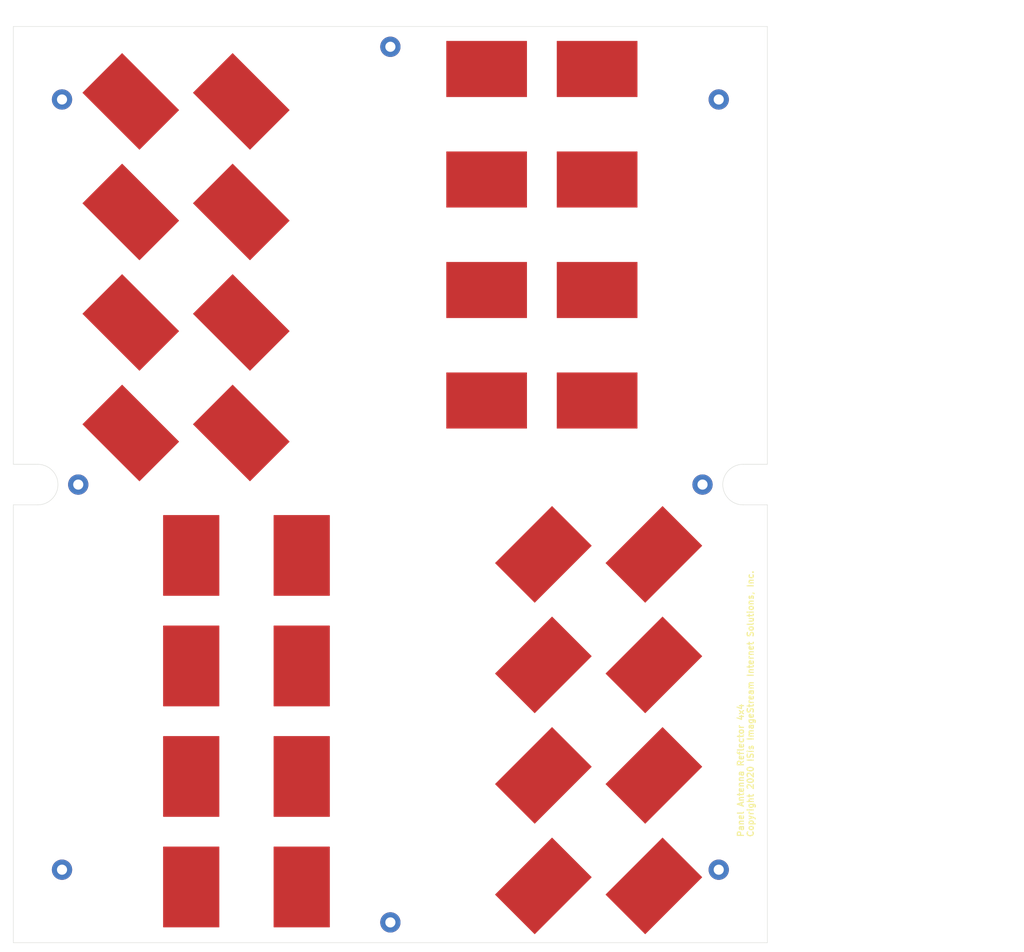
<source format=kicad_pcb>
(kicad_pcb (version 20201220) (generator pcbnew)
  (layers (0 "F.Cu" signal) (31 "B.Cu" signal) (34 "B.Paste" user) (35 "F.Paste" user) (36 "B.SilkS" user "B.Silkscreen") (37 "F.SilkS" user "F.Silkscreen") (38 "B.Mask" user) (39 "F.Mask" user) (44 "Edge.Cuts" user))
  (net 0 "")
  (footprint "Scott-RF-JLCPCB-1.2mm7628-4layer:Patch_Reflector_10_pct" (layer "F.Cu") (at 28.96 100.27 -45)
    (fp_text reference "REF**" hide)
    (fp_text value "Patch_Reflector_10_pct" hide)
    (fp_poly (pts (xy -9.9 -6.875) (xy 9.9 -6.875) (xy 9.9 6.875) (xy -9.9 6.875)) (layer "F.Cu") (width 0.1) (fill solid))
  )
  (footprint "Scott-RF-JLCPCB-1.2mm7628-4layer:Patch_Reflector_10_pct" (layer "F.Cu") (at 130.74 212 45)
    (fp_text reference "REF**" hide)
    (fp_text value "Patch_Reflector_10_pct" hide)
    (fp_poly (pts (xy -9.9 -6.875) (xy 9.9 -6.875) (xy 9.9 6.875) (xy -9.9 6.875)) (layer "F.Cu") (width 0.1) (fill solid))
  )
  (footprint "Scott-RF-JLCPCB-1.2mm7628-4layer:Patch_Reflector_10_pct" (layer "F.Cu") (at 71.13 157.74 90)
    (fp_text reference "REF**" hide)
    (fp_text value "Patch_Reflector_10_pct" hide)
    (fp_poly (pts (xy -9.9 -6.875) (xy 9.9 -6.875) (xy 9.9 6.875) (xy -9.9 6.875)) (layer "F.Cu") (width 0.1) (fill solid))
  )
  (footprint "Scott-RF-JLCPCB-1.2mm7628-4layer:Patch_Reflector_10_pct" (layer "F.Cu") (at 130.74 130.22 45)
    (fp_text reference "REF**" hide)
    (fp_text value "Patch_Reflector_10_pct" hide)
    (fp_poly (pts (xy -9.9 -6.875) (xy 9.9 -6.875) (xy 9.9 6.875) (xy -9.9 6.875)) (layer "F.Cu") (width 0.1) (fill solid))
  )
  (footprint "Scott-RF-JLCPCB-1.2mm7628-4layer:Patch_Reflector_10_pct" (layer "F.Cu") (at 144 37.74)
    (fp_text reference "REF**" hide)
    (fp_text value "Patch_Reflector_10_pct" hide)
    (fp_poly (pts (xy -9.9 -6.875) (xy 9.9 -6.875) (xy 9.9 6.875) (xy -9.9 6.875)) (layer "F.Cu") (width 0.1) (fill solid))
  )
  (footprint "Scott-RF-JLCPCB-1.2mm7628-4layer:Patch_Reflector_10_pct" (layer "F.Cu") (at 71.13 212.26 90)
    (fp_text reference "REF**" hide)
    (fp_text value "Patch_Reflector_10_pct" hide)
    (fp_poly (pts (xy -9.9 -6.875) (xy 9.9 -6.875) (xy 9.9 6.875) (xy -9.9 6.875)) (layer "F.Cu") (width 0.1) (fill solid))
  )
  (footprint "MountingHole:MountingHole_2.5mm_Pad_TopBottom" (layer "F.Cu") (at 93 221.001)
    (fp_text reference "H9" hide)
    (fp_text value "Mounting Hole")
    (pad "1" connect circle (at 0 0) (size 5 5) (layers "B.Cu" "B.Mask"))
    (pad "1" thru_hole circle (at 0 0) (size 2.9 2.9) (drill 2.5) (layers *.Cu *.Mask))
    (pad "1" connect circle (at 0 0) (size 5 5) (layers "F.Cu" "F.Mask"))
  )
  (footprint "MountingHole:MountingHole_2.5mm_Pad_TopBottom" (layer "F.Cu") (at 93 5.001)
    (fp_text reference "H10" hide)
    (fp_text value "Mounting Hole")
    (pad "1" connect circle (at 0 0) (size 5 5) (layers "B.Cu" "B.Mask"))
    (pad "1" thru_hole circle (at 0 0) (size 2.9 2.9) (drill 2.5) (layers *.Cu *.Mask))
    (pad "1" connect circle (at 0 0) (size 5 5) (layers "F.Cu" "F.Mask"))
  )
  (footprint "MountingHole:MountingHole_2.5mm_Pad_TopBottom" (layer "F.Cu") (at 174 208.001 90)
    (fp_text reference "H4" hide)
    (fp_text value "Mounting Hole")
    (pad "1" connect circle (at 0 0 90) (size 5 5) (layers "B.Cu" "B.Mask"))
    (pad "1" thru_hole circle (at 0 0 90) (size 2.9 2.9) (drill 2.5) (layers *.Cu *.Mask))
    (pad "1" connect circle (at 0 0 90) (size 5 5) (layers "F.Cu" "F.Mask"))
  )
  (footprint "Scott-RF-JLCPCB-1.2mm7628-4layer:Patch_Reflector_10_pct" (layer "F.Cu") (at 56.22 100.27 -45)
    (fp_text reference "REF**" hide)
    (fp_text value "Patch_Reflector_10_pct" hide)
    (fp_poly (pts (xy -9.9 -6.875) (xy 9.9 -6.875) (xy 9.9 6.875) (xy -9.9 6.875)) (layer "F.Cu") (width 0.1) (fill solid))
  )
  (footprint "Scott-RF-JLCPCB-1.2mm7628-4layer:Patch_Reflector_10_pct" (layer "F.Cu") (at 144 65)
    (fp_text reference "REF**" hide)
    (fp_text value "Patch_Reflector_10_pct" hide)
    (fp_poly (pts (xy -9.9 -6.875) (xy 9.9 -6.875) (xy 9.9 6.875) (xy -9.9 6.875)) (layer "F.Cu") (width 0.1) (fill solid))
  )
  (footprint "Scott-RF-JLCPCB-1.2mm7628-4layer:Patch_Reflector_10_pct" (layer "F.Cu") (at 116.74 37.74)
    (fp_text reference "REF**" hide)
    (fp_text value "Patch_Reflector_10_pct" hide)
    (fp_poly (pts (xy -9.9 -6.875) (xy 9.9 -6.875) (xy 9.9 6.875) (xy -9.9 6.875)) (layer "F.Cu") (width 0.1) (fill solid))
  )
  (footprint "Scott-RF-JLCPCB-1.2mm7628-4layer:Patch_Reflector_10_pct" (layer "F.Cu") (at 130.74 157.48 45)
    (fp_text reference "REF**" hide)
    (fp_text value "Patch_Reflector_10_pct" hide)
    (fp_poly (pts (xy -9.9 -6.875) (xy 9.9 -6.875) (xy 9.9 6.875) (xy -9.9 6.875)) (layer "F.Cu") (width 0.1) (fill solid))
  )
  (footprint "Scott-RF-JLCPCB-1.2mm7628-4layer:Patch_Reflector_10_pct" (layer "F.Cu") (at 28.96 18.481 -45)
    (fp_text reference "REF**" hide)
    (fp_text value "Patch_Reflector_10_pct" hide)
    (fp_poly (pts (xy -9.9 -6.875) (xy 9.9 -6.875) (xy 9.9 6.875) (xy -9.9 6.875)) (layer "F.Cu") (width 0.1) (fill solid))
  )
  (footprint "Scott-RF-JLCPCB-1.2mm7628-4layer:Patch_Reflector_10_pct" (layer "F.Cu") (at 116.74 65)
    (fp_text reference "REF**" hide)
    (fp_text value "Patch_Reflector_10_pct" hide)
    (fp_poly (pts (xy -9.9 -6.875) (xy 9.9 -6.875) (xy 9.9 6.875) (xy -9.9 6.875)) (layer "F.Cu") (width 0.1) (fill solid))
  )
  (footprint "Scott-RF-JLCPCB-1.2mm7628-4layer:Patch_Reflector_10_pct" (layer "F.Cu") (at 56.22 18.481 -45)
    (fp_text reference "REF**" hide)
    (fp_text value "Patch_Reflector_10_pct" hide)
    (fp_poly (pts (xy -9.9 -6.875) (xy 9.9 -6.875) (xy 9.9 6.875) (xy -9.9 6.875)) (layer "F.Cu") (width 0.1) (fill solid))
  )
  (footprint "Scott-RF-JLCPCB-1.2mm7628-4layer:Patch_Reflector_10_pct" (layer "F.Cu") (at 28.96 45.75 -45)
    (fp_text reference "REF**" hide)
    (fp_text value "Patch_Reflector_10_pct" hide)
    (fp_poly (pts (xy -9.9 -6.875) (xy 9.9 -6.875) (xy 9.9 6.875) (xy -9.9 6.875)) (layer "F.Cu") (width 0.1) (fill solid))
  )
  (footprint "Scott-RF-JLCPCB-1.2mm7628-4layer:Patch_Reflector_10_pct" (layer "F.Cu") (at 116.74 92.26)
    (fp_text reference "REF**" hide)
    (fp_text value "Patch_Reflector_10_pct" hide)
    (fp_poly (pts (xy -9.9 -6.875) (xy 9.9 -6.875) (xy 9.9 6.875) (xy -9.9 6.875)) (layer "F.Cu") (width 0.1) (fill solid))
  )
  (footprint "Scott-RF-JLCPCB-1.2mm7628-4layer:Patch_Reflector_10_pct" (layer "F.Cu") (at 71.13 185 90)
    (fp_text reference "REF**" hide)
    (fp_text value "Patch_Reflector_10_pct" hide)
    (fp_poly (pts (xy -9.9 -6.875) (xy 9.9 -6.875) (xy 9.9 6.875) (xy -9.9 6.875)) (layer "F.Cu") (width 0.1) (fill solid))
  )
  (footprint "Scott-RF-JLCPCB-1.2mm7628-4layer:Patch_Reflector_10_pct" (layer "F.Cu") (at 43.87 212.26 90)
    (fp_text reference "REF**" hide)
    (fp_text value "Patch_Reflector_10_pct" hide)
    (fp_poly (pts (xy -9.9 -6.875) (xy 9.9 -6.875) (xy 9.9 6.875) (xy -9.9 6.875)) (layer "F.Cu") (width 0.1) (fill solid))
  )
  (footprint "Scott-RF-JLCPCB-1.2mm7628-4layer:Patch_Reflector_10_pct" (layer "F.Cu") (at 56.22 45.75 -45)
    (fp_text reference "REF**" hide)
    (fp_text value "Patch_Reflector_10_pct" hide)
    (fp_poly (pts (xy -9.9 -6.875) (xy 9.9 -6.875) (xy 9.9 6.875) (xy -9.9 6.875)) (layer "F.Cu") (width 0.1) (fill solid))
  )
  (footprint "Scott-RF-JLCPCB-1.2mm7628-4layer:Patch_Reflector_10_pct" (layer "F.Cu") (at 116.74 10.48)
    (fp_text reference "REF**" hide)
    (fp_text value "Patch_Reflector_10_pct" hide)
    (fp_poly (pts (xy -9.9 -6.875) (xy 9.9 -6.875) (xy 9.9 6.875) (xy -9.9 6.875)) (layer "F.Cu") (width 0.1) (fill solid))
  )
  (footprint "Scott-RF-JLCPCB-1.2mm7628-4layer:Patch_Reflector_10_pct" (layer "F.Cu") (at 43.87 130.48 90)
    (fp_text reference "REF**" hide)
    (fp_text value "Patch_Reflector_10_pct" hide)
    (fp_poly (pts (xy -9.9 -6.875) (xy 9.9 -6.875) (xy 9.9 6.875) (xy -9.9 6.875)) (layer "F.Cu") (width 0.1) (fill solid))
  )
  (footprint "Scott-RF-JLCPCB-1.2mm7628-4layer:Patch_Reflector_10_pct" (layer "F.Cu") (at 71.13 130.48 90)
    (fp_text reference "REF**" hide)
    (fp_text value "Patch_Reflector_10_pct" hide)
    (fp_poly (pts (xy -9.9 -6.875) (xy 9.9 -6.875) (xy 9.9 6.875) (xy -9.9 6.875)) (layer "F.Cu") (width 0.1) (fill solid))
  )
  (footprint "Scott-RF-JLCPCB-1.2mm7628-4layer:Patch_Reflector_10_pct" (layer "F.Cu") (at 158 130.22 45)
    (fp_text reference "REF**" hide)
    (fp_text value "Patch_Reflector_10_pct" hide)
    (fp_poly (pts (xy -9.9 -6.875) (xy 9.9 -6.875) (xy 9.9 6.875) (xy -9.9 6.875)) (layer "F.Cu") (width 0.1) (fill solid))
  )
  (footprint "MountingHole:MountingHole_2.5mm_Pad_TopBottom" (layer "F.Cu") (at 12 208.001)
    (fp_text reference "H3" hide)
    (fp_text value "Mounting Hole")
    (pad "1" connect circle (at 0 0) (size 5 5) (layers "F.Cu" "F.Mask"))
    (pad "1" connect circle (at 0 0) (size 5 5) (layers "B.Cu" "B.Mask"))
    (pad "1" thru_hole circle (at 0 0) (size 2.9 2.9) (drill 2.5) (layers *.Cu *.Mask))
  )
  (footprint "Scott-RF-JLCPCB-1.2mm7628-4layer:Patch_Reflector_10_pct" (layer "F.Cu") (at 158 157.48 45)
    (fp_text reference "REF**" hide)
    (fp_text value "Patch_Reflector_10_pct" hide)
    (fp_poly (pts (xy -9.9 -6.875) (xy 9.9 -6.875) (xy 9.9 6.875) (xy -9.9 6.875)) (layer "F.Cu") (width 0.1) (fill solid))
  )
  (footprint "Scott-RF-JLCPCB-1.2mm7628-4layer:Patch_Reflector_10_pct" (layer "F.Cu") (at 158 212 45)
    (fp_text reference "REF**" hide)
    (fp_text value "Patch_Reflector_10_pct" hide)
    (fp_poly (pts (xy -9.9 -6.875) (xy 9.9 -6.875) (xy 9.9 6.875) (xy -9.9 6.875)) (layer "F.Cu") (width 0.1) (fill solid))
  )
  (footprint "Scott-RF-JLCPCB-1.2mm7628-4layer:Patch_Reflector_10_pct" (layer "F.Cu") (at 28.96 73.01 -45)
    (fp_text reference "REF**" hide)
    (fp_text value "Patch_Reflector_10_pct" hide)
    (fp_poly (pts (xy -9.9 -6.875) (xy 9.9 -6.875) (xy 9.9 6.875) (xy -9.9 6.875)) (layer "F.Cu") (width 0.1) (fill solid))
  )
  (footprint "MountingHole:MountingHole_2.5mm_Pad_TopBottom" (layer "F.Cu") (at 16 113.001)
    (fp_text reference "H11" hide)
    (fp_text value "Mounting Hole")
    (pad "1" connect circle (at 0 0) (size 5 5) (layers "B.Cu" "B.Mask"))
    (pad "1" connect circle (at 0 0) (size 5 5) (layers "F.Cu" "F.Mask"))
    (pad "1" thru_hole circle (at 0 0) (size 2.9 2.9) (drill 2.5) (layers *.Cu *.Mask))
  )
  (footprint "Scott-RF-JLCPCB-1.2mm7628-4layer:Patch_Reflector_10_pct" (layer "F.Cu") (at 56.22 73.01 -45)
    (fp_text reference "REF**" hide)
    (fp_text value "Patch_Reflector_10_pct" hide)
    (fp_poly (pts (xy -9.9 -6.875) (xy 9.9 -6.875) (xy 9.9 6.875) (xy -9.9 6.875)) (layer "F.Cu") (width 0.1) (fill solid))
  )
  (footprint "MountingHole:MountingHole_2.5mm_Pad_TopBottom" (layer "F.Cu") (at 170 113.001)
    (fp_text reference "H12" hide)
    (fp_text value "Mounting Hole")
    (pad "1" thru_hole circle (at 0 0) (size 2.9 2.9) (drill 2.5) (layers *.Cu *.Mask))
    (pad "1" connect circle (at 0 0) (size 5 5) (layers "F.Cu" "F.Mask"))
    (pad "1" connect circle (at 0 0) (size 5 5) (layers "B.Cu" "B.Mask"))
  )
  (footprint "MountingHole:MountingHole_2.5mm_Pad_TopBottom" (layer "F.Cu") (at 174 18.001)
    (fp_text reference "H2" hide)
    (fp_text value "Mounting Hole")
    (pad "1" connect circle (at 0 0) (size 5 5) (layers "B.Cu" "B.Mask"))
    (pad "1" thru_hole circle (at 0 0) (size 2.9 2.9) (drill 2.5) (layers *.Cu *.Mask))
    (pad "1" connect circle (at 0 0) (size 5 5) (layers "F.Cu" "F.Mask"))
  )
  (footprint "Scott-RF-JLCPCB-1.2mm7628-4layer:Patch_Reflector_10_pct" (layer "F.Cu") (at 144 92.26)
    (fp_text reference "REF**" hide)
    (fp_text value "Patch_Reflector_10_pct" hide)
    (fp_poly (pts (xy -9.9 -6.875) (xy 9.9 -6.875) (xy 9.9 6.875) (xy -9.9 6.875)) (layer "F.Cu") (width 0.1) (fill solid))
  )
  (footprint "MountingHole:MountingHole_2.5mm_Pad_TopBottom" (layer "F.Cu") (at 12 18.001)
    (fp_text reference "H1" hide)
    (fp_text value "Mounting Hole")
    (pad "1" connect circle (at 0 0) (size 5 5) (layers "F.Cu" "F.Mask"))
    (pad "1" thru_hole circle (at 0 0) (size 2.9 2.9) (drill 2.5) (layers *.Cu *.Mask))
    (pad "1" connect circle (at 0 0) (size 5 5) (layers "B.Cu" "B.Mask"))
  )
  (footprint "Scott-RF-JLCPCB-1.2mm7628-4layer:Patch_Reflector_10_pct" (layer "F.Cu") (at 43.87 185 90)
    (fp_text reference "REF**" hide)
    (fp_text value "Patch_Reflector_10_pct" hide)
    (fp_poly (pts (xy -9.9 -6.875) (xy 9.9 -6.875) (xy 9.9 6.875) (xy -9.9 6.875)) (layer "F.Cu") (width 0.1) (fill solid))
  )
  (footprint "Scott-RF-JLCPCB-1.2mm7628-4layer:Patch_Reflector_10_pct" (layer "F.Cu") (at 144 10.48)
    (fp_text reference "REF**" hide)
    (fp_text value "Patch_Reflector_10_pct" hide)
    (fp_poly (pts (xy -9.9 -6.875) (xy 9.9 -6.875) (xy 9.9 6.875) (xy -9.9 6.875)) (layer "F.Cu") (width 0.1) (fill solid))
  )
  (footprint "Scott-RF-JLCPCB-1.2mm7628-4layer:Patch_Reflector_10_pct" (layer "F.Cu") (at 158 184.74 45)
    (fp_text reference "REF**" hide)
    (fp_text value "Patch_Reflector_10_pct" hide)
    (fp_poly (pts (xy -9.9 -6.875) (xy 9.9 -6.875) (xy 9.9 6.875) (xy -9.9 6.875)) (layer "F.Cu") (width 0.1) (fill solid))
  )
  (footprint "Scott-RF-JLCPCB-1.2mm7628-4layer:Patch_Reflector_10_pct" (layer "F.Cu") (at 43.87 157.74 90)
    (fp_text reference "REF**" hide)
    (fp_text value "Patch_Reflector_10_pct" hide)
    (fp_poly (pts (xy -9.9 -6.875) (xy 9.9 -6.875) (xy 9.9 6.875) (xy -9.9 6.875)) (layer "F.Cu") (width 0.1) (fill solid))
  )
  (footprint "Scott-RF-JLCPCB-1.2mm7628-4layer:Patch_Reflector_10_pct" (layer "F.Cu") (at 130.74 184.74 45)
    (fp_text reference "REF**" hide)
    (fp_text value "Patch_Reflector_10_pct" hide)
    (fp_poly (pts (xy -9.9 -6.875) (xy 9.9 -6.875) (xy 9.9 6.875) (xy -9.9 6.875)) (layer "F.Cu") (width 0.1) (fill solid))
  )
  (gr_arc (start 180 113.001) (end 180 108.001) (angle -180) (layer "Edge.Cuts") (width 0.1))
  (gr_line (start 6 118.001) (end 0 118.001) (layer "Edge.Cuts") (width 0.1))
  (gr_line (start 6 108.001) (end 0 108.001) (layer "Edge.Cuts") (width 0.1))
  (gr_arc (start 6 113.001) (end 6 118.001) (angle -180) (layer "Edge.Cuts") (width 0.1))
  (gr_line (start 186 118.001) (end 186 226.001) (layer "Edge.Cuts") (width 0.1))
  (gr_line (start 0 226.001) (end 186 226.001) (layer "Edge.Cuts") (width 0.1))
  (gr_line (start 0 0.001) (end 186 0.001) (layer "Edge.Cuts") (width 0.1))
  (gr_line (start 186 0.001) (end 186 108.001) (layer "Edge.Cuts") (width 0.1))
  (gr_line (start 180 108.001) (end 186 108.001) (layer "Edge.Cuts") (width 0.1))
  (gr_line (start 0 226.001) (end 0 118.001) (layer "Edge.Cuts") (width 0.1))
  (gr_line (start 0 108.001) (end 0 0.001) (layer "Edge.Cuts") (width 0.1))
  (gr_line (start 180 118.001) (end 186 118.001) (layer "Edge.Cuts") (width 0.1))
  (gr_text "Panel Antenna Reflector 4x4\nCopyright 2020 ISis ImageStream Internet Solutions, Inc." (at 180.63 200.09 90) (layer "F.SilkS") (effects (font (size 1.5 1.5) (thickness 0.3)) (justify left)))
)
</source>
